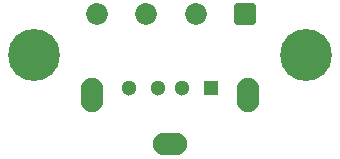
<source format=gbr>
%TF.GenerationSoftware,KiCad,Pcbnew,6.0.6+dfsg-1*%
%TF.CreationDate,2022-07-30T13:20:06-07:00*%
%TF.ProjectId,usb_breakout,7573625f-6272-4656-916b-6f75742e6b69,rev?*%
%TF.SameCoordinates,Original*%
%TF.FileFunction,Soldermask,Top*%
%TF.FilePolarity,Negative*%
%FSLAX46Y46*%
G04 Gerber Fmt 4.6, Leading zero omitted, Abs format (unit mm)*
G04 Created by KiCad (PCBNEW 6.0.6+dfsg-1) date 2022-07-30 13:20:06*
%MOMM*%
%LPD*%
G01*
G04 APERTURE LIST*
G04 Aperture macros list*
%AMRoundRect*
0 Rectangle with rounded corners*
0 $1 Rounding radius*
0 $2 $3 $4 $5 $6 $7 $8 $9 X,Y pos of 4 corners*
0 Add a 4 corners polygon primitive as box body*
4,1,4,$2,$3,$4,$5,$6,$7,$8,$9,$2,$3,0*
0 Add four circle primitives for the rounded corners*
1,1,$1+$1,$2,$3*
1,1,$1+$1,$4,$5*
1,1,$1+$1,$6,$7*
1,1,$1+$1,$8,$9*
0 Add four rect primitives between the rounded corners*
20,1,$1+$1,$2,$3,$4,$5,0*
20,1,$1+$1,$4,$5,$6,$7,0*
20,1,$1+$1,$6,$7,$8,$9,0*
20,1,$1+$1,$8,$9,$2,$3,0*%
G04 Aperture macros list end*
%ADD10RoundRect,0.250000X0.675000X0.675000X-0.675000X0.675000X-0.675000X-0.675000X0.675000X-0.675000X0*%
%ADD11C,1.850000*%
%ADD12R,1.300000X1.300000*%
%ADD13C,1.300000*%
%ADD14O,1.900000X2.900000*%
%ADD15O,2.900000X1.900000*%
%ADD16C,4.400000*%
G04 APERTURE END LIST*
D10*
%TO.C,J2*%
X146400000Y-79000000D03*
D11*
X142200000Y-79000000D03*
X138000000Y-79000000D03*
X133800000Y-79000000D03*
%TD*%
D12*
%TO.C,J1*%
X143500000Y-85220000D03*
D13*
X141000000Y-85220000D03*
X139000000Y-85220000D03*
X136500000Y-85220000D03*
D14*
X133430000Y-85820000D03*
D15*
X140000000Y-90000000D03*
D14*
X146570000Y-85820000D03*
%TD*%
D16*
%TO.C,REF1*%
X128500000Y-82500000D03*
%TD*%
%TO.C,REF2*%
X151500000Y-82500000D03*
%TD*%
M02*

</source>
